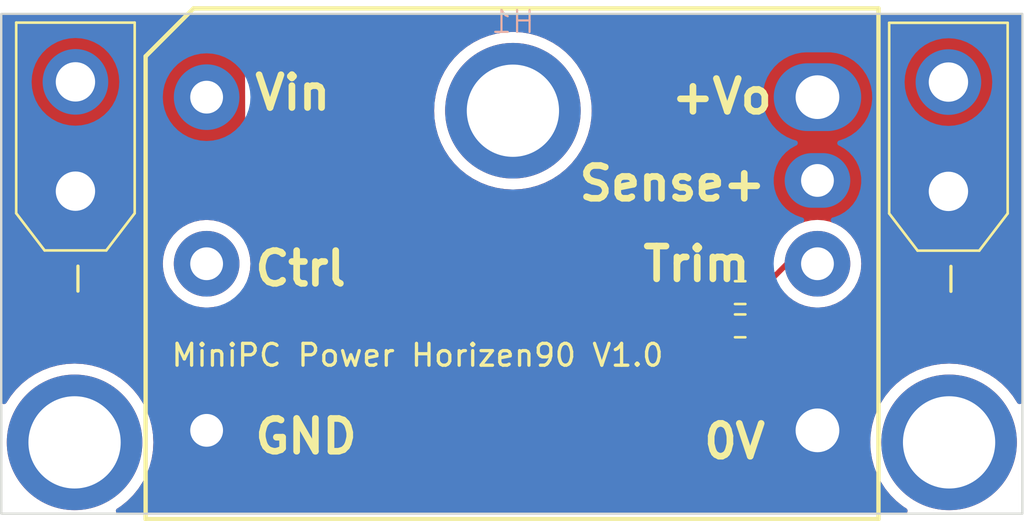
<source format=kicad_pcb>
(kicad_pcb (version 20221018) (generator pcbnew)
  (layers (0 "F.Cu" signal) (31 "B.Cu" signal) (34 "B.Paste" user) (35 "F.Paste" user) (36 "B.SilkS" user "B.Silkscreen") (37 "F.SilkS" user "F.Silkscreen") (38 "B.Mask" user) (39 "F.Mask" user) (44 "Edge.Cuts" user))
  (net 0 "")
  (net 2 "GND")
  (net 3 "/Out")
  (net 4 "+24V")
  (net 5 "Net-(U1-Trim)")
  (footprint "DingLAB_miniPC_Power:SMTSO30110CTJ" (layer "F.Cu") (at 136.5 119.6)
    (fp_text reference "H2" hide)
    (fp_text value "MountingHole" hide)
    (pad "1" thru_hole circle (at 0 0) (size 6.2 6.2) (drill 4.22) (layers "*.Cu" "*.Mask"))
  )
  (footprint "Resistor_SMD:R_0603_1608Metric" (layer "F.Cu") (at 126.945 114.27)
    (fp_text reference "R1" hide)
    (fp_text value "150k")
    (fp_line (start -0.237258 -0.5225) (end 0.237258 -0.5225) (stroke (width 0.12)) (layer "F.SilkS"))
    (fp_line (start -0.237258 0.5225) (end 0.237258 0.5225) (stroke (width 0.12)) (layer "F.SilkS"))
    (pad "1" smd roundrect (at -0.825 0) (size 0.8 0.95) (layers "F.Cu" "F.Paste" "F.Mask") (net 3 "/Out"))
    (pad "2" smd roundrect (at 0.825 0) (size 0.8 0.95) (layers "F.Cu" "F.Paste" "F.Mask") (net 5 "Net-(U1-Trim)"))
  )
  (footprint "Resistor_SMD:R_0603_1608Metric" (layer "F.Cu") (at 126.945 112.75)
    (fp_text reference "R2" hide)
    (fp_text value "1.15M")
    (fp_line (start -0.237258 -0.5225) (end 0.237258 -0.5225) (stroke (width 0.12)) (layer "F.SilkS"))
    (fp_line (start -0.237258 0.5225) (end 0.237258 0.5225) (stroke (width 0.12)) (layer "F.SilkS"))
    (pad "1" smd roundrect (at -0.825 0) (size 0.8 0.95) (layers "F.Cu" "F.Paste" "F.Mask") (net 3 "/Out"))
    (pad "2" smd roundrect (at 0.825 0) (size 0.8 0.95) (layers "F.Cu" "F.Paste" "F.Mask") (net 5 "Net-(U1-Trim)"))
  )
  (footprint "DingLAB_miniPC_Power:KJB48_SBO-10A" (layer "F.Cu") (at 116.51 111.43)
    (fp_text reference "U1" hide)
    (fp_text value "KJB48xxSBO-10A" hide)
    (fp_text user "Vin" (at -11.9125 -6.94726 unlocked) (layer "F.SilkS") (effects (font (size 1.5 1.5) (thickness 0.3048)) (justify left bottom)))
    (fp_text user "Ctrl" (at -11.90973 1.09699 unlocked) (layer "F.SilkS") (effects (font (size 1.5 1.5) (thickness 0.3048)) (justify left bottom)))
    (fp_text user "+Vo" (at 7.14514 -6.77287 unlocked) (layer "F.SilkS") (effects (font (size 1.5 1.5) (thickness 0.3048)) (justify left bottom)))
    (fp_text user "GND" (at -11.90973 8.7756 unlocked) (layer "F.SilkS") (effects (font (size 1.5 1.5) (thickness 0.3048)) (justify left bottom)))
    (fp_text user "Sense+" (at 2.921 -2.794 unlocked) (layer "F.SilkS") (effects (font (size 1.5 1.5) (thickness 0.3048)) (justify left bottom)))
    (fp_text user "0V" (at 8.62209 9.00223 unlocked) (layer "F.SilkS") (effects (font (size 1.5 1.5) (thickness 0.3048)) (justify left bottom)))
    (fp_text user "Trim" (at 5.842 0.889 unlocked) (layer "F.SilkS") (effects (font (size 1.5 1.5) (thickness 0.3048)) (justify left bottom)))
    (fp_line (start -16.76 -9.48731) (end -14.56731 -11.68) (stroke (width 0.2)) (layer "F.SilkS"))
    (fp_line (start -16.76 11.68) (end -16.76 -9.48731) (stroke (width 0.2)) (layer "F.SilkS"))
    (fp_line (start -16.76 11.68) (end 16.76 11.68) (stroke (width 0.2)) (layer "F.SilkS"))
    (fp_line (start -14.56731 -11.68) (end 16.76 -11.68) (stroke (width 0.2)) (layer "F.SilkS"))
    (fp_line (start 16.76 11.68) (end 16.76 -11.68) (stroke (width 0.2)) (layer "F.SilkS"))
    (pad "1" thru_hole circle (at -13.97 -7.62 270) (size 3 3) (drill 1.5) (layers "*.Cu" "*.Mask") (net 4 "+24V"))
    (pad "2" thru_hole circle (at -13.97 0 270) (size 3 3) (drill 1.5) (layers "*.Cu" "*.Mask"))
    (pad "3" thru_hole circle (at -13.97 7.62 270) (size 3 3) (drill 1.5) (layers "*.Cu" "*.Mask") (net 2 "GND"))
    (pad "4" thru_hole circle (at 13.97 7.62 270) (size 4 4) (drill 2) (layers "*.Cu" "*.Mask") (net 2 "GND"))
    (pad "5" thru_hole circle (at 13.97 0 270) (size 3 3) (drill 1.5) (layers "*.Cu" "*.Mask") (net 5 "Net-(U1-Trim)"))
    (pad "6" thru_hole oval (at 13.97 -3.81 270) (size 2.5 3) (drill 1.5) (layers "*.Cu" "*.Mask") (net 3 "/Out"))
    (pad "7" thru_hole oval (at 13.97 -7.62 270) (size 3.1 4) (drill 2) (layers "*.Cu" "*.Mask") (net 3 "/Out"))
  )
  (footprint "DingLAB_miniPC_Power:SMTSO30110CTJ" (layer "F.Cu") (at 96.5 119.6)
    (fp_text reference "H3" hide)
    (fp_text value "MountingHole" hide)
    (pad "1" thru_hole circle (at 0 0) (size 6.2 6.2) (drill 4.22) (layers "*.Cu" "*.Mask"))
  )
  (footprint "DingLAB_miniPC_Power:AMASS_XT30UPB-F_1x02_P5.0mm_Vertical" (layer "F.Cu") (at 136.47 108.12 90)
    (fp_text reference "J1" hide)
    (fp_text value "Conn_01x02_Pin" hide)
    (fp_text user "-" (at -4 0 90) (layer "F.SilkS") (effects (font (size 1.5 1.5))))
    (fp_line (start -2.71 -1.41) (end -2.71 1.41) (stroke (width 0.12)) (layer "F.SilkS"))
    (fp_line (start -2.71 -1.41) (end -1.01 -2.71) (stroke (width 0.12)) (layer "F.SilkS"))
    (fp_line (start -2.71 1.41) (end -1.01 2.71) (stroke (width 0.12)) (layer "F.SilkS"))
    (fp_line (start -1.01 -2.71) (end 7.71 -2.71) (stroke (width 0.12)) (layer "F.SilkS"))
    (fp_line (start -1.01 2.71) (end 7.71 2.71) (stroke (width 0.12)) (layer "F.SilkS"))
    (fp_line (start 7.71 -2.71) (end 7.71 2.71) (stroke (width 0.12)) (layer "F.SilkS"))
    (pad "1" thru_hole rect (at 0 0 90) (size 3 3) (drill 1.8) (layers "*.Cu" "*.Mask") (net 2 "GND"))
    (pad "2" thru_hole circle (at 5 0 90) (size 3 3) (drill 1.8) (layers "*.Cu" "*.Mask") (net 3 "/Out"))
  )
  (footprint "DingLAB_miniPC_Power:AMASS_XT30UPB-M_1x02_P5.0mm_Vertical" (layer "F.Cu") (at 96.54 108.11 90)
    (fp_text reference "J2" hide)
    (fp_text value "Conn_01x02_Pin")
    (fp_text user "-" (at -4 0 90) (layer "F.SilkS") (effects (font (size 1.5 1.5))))
    (fp_line (start -2.71 -1.41) (end -2.71 1.41) (stroke (width 0.12)) (layer "F.SilkS"))
    (fp_line (start -2.71 -1.41) (end -1.01 -2.71) (stroke (width 0.12)) (layer "F.SilkS"))
    (fp_line (start -2.71 1.41) (end -1.01 2.71) (stroke (width 0.12)) (layer "F.SilkS"))
    (fp_line (start -1.01 -2.71) (end 7.71 -2.71) (stroke (width 0.12)) (layer "F.SilkS"))
    (fp_line (start -1.01 2.71) (end 7.71 2.71) (stroke (width 0.12)) (layer "F.SilkS"))
    (fp_line (start 7.71 -2.71) (end 7.71 2.71) (stroke (width 0.12)) (layer "F.SilkS"))
    (pad "1" thru_hole rect (at 0 0 90) (size 3 3) (drill 1.8) (layers "*.Cu" "*.Mask") (net 2 "GND"))
    (pad "2" thru_hole circle (at 5 0 90) (size 3 3) (drill 1.8) (layers "*.Cu" "*.Mask") (net 4 "+24V"))
  )
  (footprint "DingLAB_miniPC_Power:SMTSO3020CTJ" (layer "B.Cu") (at 116.55 104.43 180)
    (fp_text reference "H1" (at 0 4.064 unlocked) (layer "B.SilkS") (effects (font (thickness 0.1)) (justify mirror)))
    (fp_text value "MountingHole")
    (pad "1" thru_hole circle (at 0 0 180) (size 6.2 6.2) (drill 4.22) (layers "*.Cu" "*.Mask"))
  )
  (gr_rect (start 93.15 100) (end 139.85 122.86) (stroke (width 0.1)) (fill none) (layer "Edge.Cuts"))
  (gr_text "MiniPC Power Horizen90 V1.0" (at 100.85 116.2) (layer "F.SilkS") (effects (font (size 1 1)) (justify left bottom)))
  (segment (start 130.48 111.43) (end 129.09 111.43) (width 0.25) (layer "F.Cu") (net 5))
  (segment (start 127.77 112.75) (end 127.77 114.27) (width 0.25) (layer "F.Cu") (net 5))
  (segment (start 129.09 111.43) (end 127.77 112.75) (width 0.25) (layer "F.Cu") (net 5))
  (zone (net 3) (net_name "/Out") (layer "F.Cu") (priority 1) (connect_pads yes (clearance 0.5)) (min_thickness 0.25) (fill yes (thermal_gap 0.5) (thermal_bridge_width 0.5))
    (polygon (pts (xy 125.6 100.02) (xy 139.83 100.03) (xy 139.83 114.2) (xy 125.59 114.19)))
  )
  (zone (net 2) (net_name "GND") (layer "F.Cu") (connect_pads yes (clearance 0.5)) (min_thickness 0.25) (fill yes (thermal_gap 0.5) (thermal_bridge_width 0.5))
    (polygon (pts (xy 93.099051 100.030026) (xy 139.869051 99.980026) (xy 139.869051 122.850026) (xy 93.089051 122.900026)))
  )
  (zone (net 4) (net_name "+24V") (layer "F.Cu") (priority 1) (connect_pads yes (clearance 0.5)) (min_thickness 0.25) (fill yes (thermal_gap 0.5) (thermal_bridge_width 0.5))
    (polygon (pts (xy 93.150411 100.030044) (xy 104.290411 100.030044) (xy 104.330411 113.370044) (xy 93.180411 113.370044)))
  )
  (zone (net 2) (net_name "GND") (layer "B.Cu") (connect_pads yes (clearance 0.5)) (min_thickness 0.25) (fill yes (thermal_gap 0.5) (thermal_bridge_width 0.5))
    (polygon (pts (xy 139.93 100.01) (xy 139.92 122.85) (xy 93.11 122.87) (xy 93.11 100.02)))
  )
)
</source>
